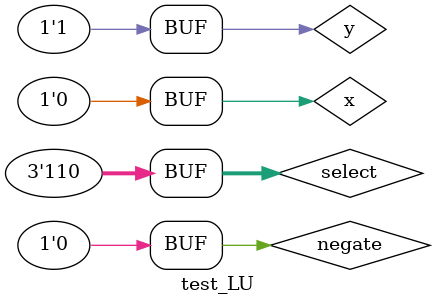
<source format=v>
module LU (output final_out, input a, input b, input [2:0] select, input negate);
    wire not_a, and_out, nand_out, or_out, nor_out, xor_out, xnor_out;
    wire sa, sb, sc, sd, se, sf, sg;

    not NOT_OP (not_a, a);
    wire a_input = negate ? not_a : a;

    not NOT1 (sa, a_input);
    and AND1 (and_out, a_input, b);
    nand NAND1 (nand_out, a_input, b);
    or OR1 (or_out, a_input, b);
    nor NOR1 (nor_out, a_input, b);
    xor XOR1 (xor_out, a_input, b);
    xnor XNOR1 (xnor_out, a_input, b);

    wire not_select0, not_select1, not_select2;
    wire sa1, sa2, sa3, sa4, sa5, sa6, sa7;

    not NOT2 (not_select0, select[0]);
    not NOT3 (not_select1, select[1]);
    not NOT4 (not_select2, select[2]);

    and AND2 (sa1, sa, not_select2, not_select1, not_select0);
    and AND3 (sa2, and_out, not_select2, not_select1, select[0]);
    and AND4 (sa3, nand_out, not_select2, select[1], not_select0);
    and AND5 (sa4, or_out, not_select2, select[1], select[0]);
    and AND6 (sa5, nor_out, select[2], not_select1, not_select0);
    and AND7 (sa6, xor_out, select[2], not_select1, select[0]);
    and AND8 (sa7, xnor_out, select[2], select[1], not_select0);

    or OR2 (final_out, sa1, sa2, sa3, sa4, sa5, sa6, sa7);

endmodule

module test_LU;
reg x;
reg y;
reg [2:0] select;
reg negate;
wire z;

LU modulo (z, x, y, select, negate);

initial begin : main
    $display("Guia_0705 - Guilherme Soares Silva - 863485");
    x = 1'b0; y = 1'b1; negate = 1'b0; select = 3'b000;

    #1 $monitor("%4b %4b %4b %3b | %4b", x, y, negate, select, z);

    #1 select = 3'b000; negate = 1'b1;
    #1 select = 3'b001; negate = 1'b0;
    #1 select = 3'b010; negate = 1'b0;
    #1 select = 3'b011; negate = 1'b0;
    #1 select = 3'b100; negate = 1'b0;
    #1 select = 3'b101; negate = 1'b0;
    #1 select = 3'b110; negate = 1'b0;
end

endmodule


</source>
